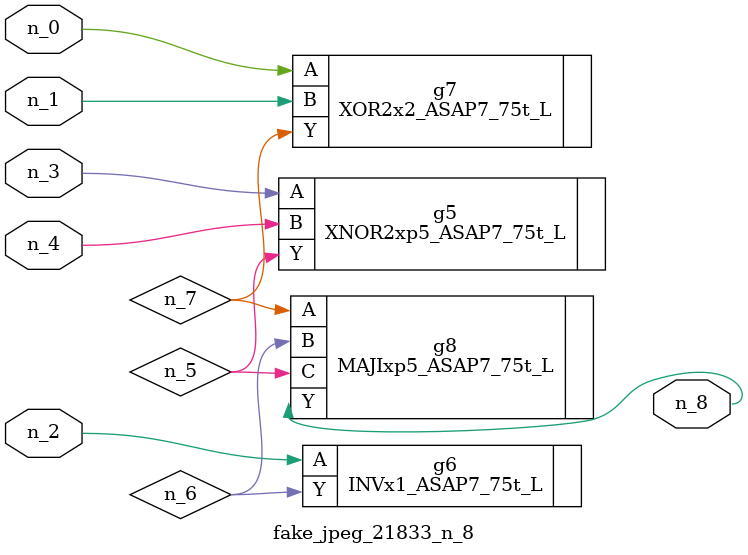
<source format=v>
module fake_jpeg_21833_n_8 (n_3, n_2, n_1, n_0, n_4, n_8);

input n_3;
input n_2;
input n_1;
input n_0;
input n_4;

output n_8;

wire n_6;
wire n_5;
wire n_7;

XNOR2xp5_ASAP7_75t_L g5 ( 
.A(n_3),
.B(n_4),
.Y(n_5)
);

INVx1_ASAP7_75t_L g6 ( 
.A(n_2),
.Y(n_6)
);

XOR2x2_ASAP7_75t_L g7 ( 
.A(n_0),
.B(n_1),
.Y(n_7)
);

MAJIxp5_ASAP7_75t_L g8 ( 
.A(n_7),
.B(n_6),
.C(n_5),
.Y(n_8)
);


endmodule
</source>
